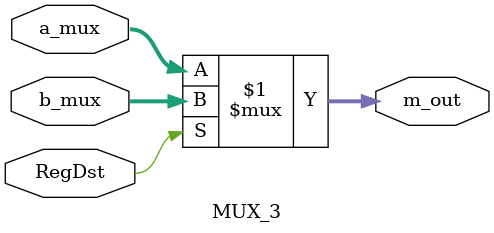
<source format=v>
`timescale 1ns / 1ps
module MUX_3(
    input [4:0] a_mux,
    input [4:0] b_mux,
    input RegDst,
    output [4:0] m_out
);
assign m_out = RegDst ? b_mux : a_mux ;
endmodule 


</source>
